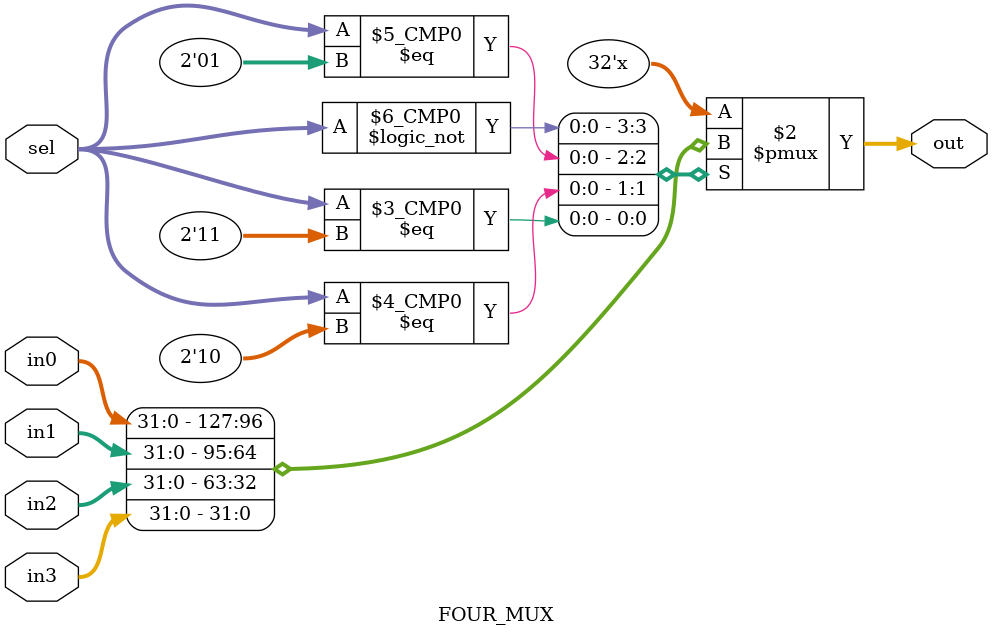
<source format=v>
`timescale 1ns / 1ps
module FOUR_MUX(in0, in1, in2, in3, sel, out);
input [31:0] in0, in1, in2, in3;
input [1:0] sel;
output reg [31:0] out;
always @ (*) begin
case (sel)
2'b00: out = in0;
2'b01: out = in1;
2'b10: out = in2;
2'b11: out = in3;
default: out = 0;
endcase
end
endmodule
</source>
